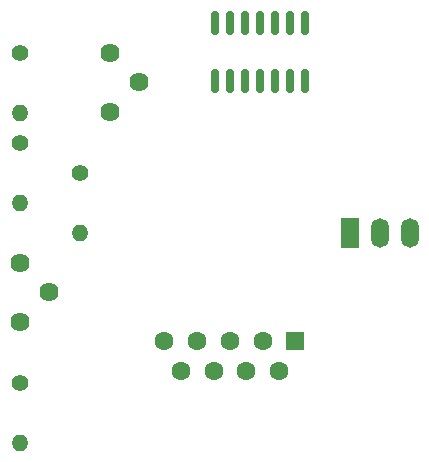
<source format=gbr>
%TF.GenerationSoftware,KiCad,Pcbnew,(6.0.5)*%
%TF.CreationDate,2022-06-27T13:36:48+02:00*%
%TF.ProjectId,luftTempProjekt,6c756674-5465-46d7-9050-726f6a656b74,rev?*%
%TF.SameCoordinates,Original*%
%TF.FileFunction,Soldermask,Top*%
%TF.FilePolarity,Negative*%
%FSLAX46Y46*%
G04 Gerber Fmt 4.6, Leading zero omitted, Abs format (unit mm)*
G04 Created by KiCad (PCBNEW (6.0.5)) date 2022-06-27 13:36:48*
%MOMM*%
%LPD*%
G01*
G04 APERTURE LIST*
G04 Aperture macros list*
%AMRoundRect*
0 Rectangle with rounded corners*
0 $1 Rounding radius*
0 $2 $3 $4 $5 $6 $7 $8 $9 X,Y pos of 4 corners*
0 Add a 4 corners polygon primitive as box body*
4,1,4,$2,$3,$4,$5,$6,$7,$8,$9,$2,$3,0*
0 Add four circle primitives for the rounded corners*
1,1,$1+$1,$2,$3*
1,1,$1+$1,$4,$5*
1,1,$1+$1,$6,$7*
1,1,$1+$1,$8,$9*
0 Add four rect primitives between the rounded corners*
20,1,$1+$1,$2,$3,$4,$5,0*
20,1,$1+$1,$4,$5,$6,$7,0*
20,1,$1+$1,$6,$7,$8,$9,0*
20,1,$1+$1,$8,$9,$2,$3,0*%
G04 Aperture macros list end*
%ADD10RoundRect,0.150000X0.150000X-0.825000X0.150000X0.825000X-0.150000X0.825000X-0.150000X-0.825000X0*%
%ADD11C,1.400000*%
%ADD12O,1.400000X1.400000*%
%ADD13C,1.620000*%
%ADD14R,1.500000X2.500000*%
%ADD15O,1.500000X2.500000*%
%ADD16R,1.600000X1.600000*%
%ADD17C,1.600000*%
G04 APERTURE END LIST*
D10*
%TO.C,U1*%
X138430000Y-78610000D03*
X139700000Y-78610000D03*
X140970000Y-78610000D03*
X142240000Y-78610000D03*
X143510000Y-78610000D03*
X144780000Y-78610000D03*
X146050000Y-78610000D03*
X146050000Y-73660000D03*
X144780000Y-73660000D03*
X143510000Y-73660000D03*
X142240000Y-73660000D03*
X140970000Y-73660000D03*
X139700000Y-73660000D03*
X138430000Y-73660000D03*
%TD*%
D11*
%TO.C,R2*%
X121920000Y-83820000D03*
D12*
X121920000Y-88900000D03*
%TD*%
D11*
%TO.C,R1*%
X121920000Y-76200000D03*
D12*
X121920000Y-81280000D03*
%TD*%
D13*
%TO.C,RV1*%
X121920000Y-93980000D03*
X124420000Y-96480000D03*
X121920000Y-98980000D03*
%TD*%
D14*
%TO.C,U2*%
X149860000Y-91440000D03*
D15*
X152400000Y-91440000D03*
X154940000Y-91440000D03*
%TD*%
D13*
%TO.C,Q1*%
X129540000Y-76200000D03*
X132040000Y-78700000D03*
X129540000Y-81200000D03*
%TD*%
D11*
%TO.C,R4*%
X127000000Y-86360000D03*
D12*
X127000000Y-91440000D03*
%TD*%
D11*
%TO.C,R3*%
X121920000Y-104140000D03*
D12*
X121920000Y-109220000D03*
%TD*%
D16*
%TO.C,J4*%
X145250000Y-100589669D03*
D17*
X142480000Y-100589669D03*
X139710000Y-100589669D03*
X136940000Y-100589669D03*
X134170000Y-100589669D03*
X143865000Y-103129669D03*
X141095000Y-103129669D03*
X138325000Y-103129669D03*
X135555000Y-103129669D03*
%TD*%
M02*

</source>
